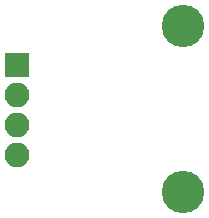
<source format=gbr>
G04 #@! TF.GenerationSoftware,KiCad,Pcbnew,(5.0.0-3-g5ebb6b6)*
G04 #@! TF.CreationDate,2020-02-18T17:20:26-05:00*
G04 #@! TF.ProjectId,Project,50726F6A6563742E6B696361645F7063,rev?*
G04 #@! TF.SameCoordinates,Original*
G04 #@! TF.FileFunction,Soldermask,Bot*
G04 #@! TF.FilePolarity,Negative*
%FSLAX46Y46*%
G04 Gerber Fmt 4.6, Leading zero omitted, Abs format (unit mm)*
G04 Created by KiCad (PCBNEW (5.0.0-3-g5ebb6b6)) date Tuesday, February 18, 2020 at 05:20:26 PM*
%MOMM*%
%LPD*%
G01*
G04 APERTURE LIST*
%ADD10R,2.100000X2.100000*%
%ADD11O,2.100000X2.100000*%
%ADD12C,3.600000*%
G04 APERTURE END LIST*
D10*
G04 #@! TO.C,J1*
X100000000Y-101250000D03*
D11*
X100000000Y-103790000D03*
X100000000Y-106330000D03*
X100000000Y-108870000D03*
G04 #@! TD*
D12*
G04 #@! TO.C,MH1*
X114000000Y-98000000D03*
G04 #@! TD*
G04 #@! TO.C,MH2*
X114000000Y-112000000D03*
G04 #@! TD*
M02*

</source>
